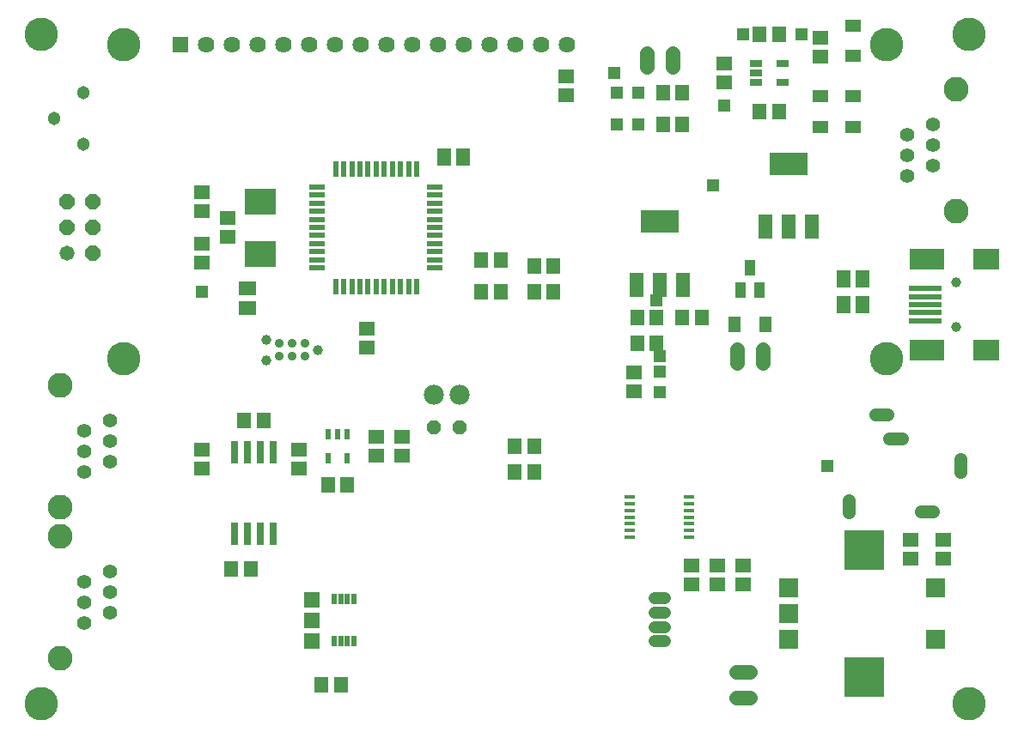
<source format=gbs>
G75*
%MOIN*%
%OFA0B0*%
%FSLAX25Y25*%
%IPPOS*%
%LPD*%
%AMOC8*
5,1,8,0,0,1.08239X$1,22.5*
%
%ADD10C,0.12998*%
%ADD11C,0.03500*%
%ADD12C,0.03900*%
%ADD13R,0.06306X0.05518*%
%ADD14R,0.10243X0.08274*%
%ADD15R,0.13392X0.08274*%
%ADD16R,0.12605X0.02369*%
%ADD17C,0.03943*%
%ADD18R,0.05518X0.06699*%
%ADD19R,0.05518X0.06306*%
%ADD20R,0.02369X0.06306*%
%ADD21R,0.06306X0.02369*%
%ADD22R,0.12211X0.10243*%
%ADD23R,0.05124X0.05124*%
%ADD24R,0.15424X0.15424*%
%ADD25R,0.07487X0.07487*%
%ADD26R,0.05124X0.02565*%
%ADD27C,0.04534*%
%ADD28R,0.06400X0.06400*%
%ADD29C,0.06400*%
%ADD30R,0.05200X0.09200*%
%ADD31R,0.14573X0.09061*%
%ADD32C,0.05518*%
%ADD33C,0.09691*%
%ADD34R,0.04337X0.05912*%
%ADD35R,0.05124X0.05912*%
%ADD36R,0.05912X0.05124*%
%ADD37C,0.07800*%
%ADD38R,0.06306X0.06306*%
%ADD39R,0.06699X0.05518*%
%ADD40OC8,0.05200*%
%ADD41C,0.05800*%
%ADD42OC8,0.05800*%
%ADD43C,0.05124*%
%ADD44C,0.05800*%
%ADD45R,0.02369X0.04337*%
%ADD46R,0.01969X0.04232*%
%ADD47C,0.05124*%
%ADD48R,0.02800X0.09100*%
%ADD49R,0.04300X0.01600*%
%ADD50R,0.04534X0.04534*%
D10*
X0017325Y0016800D03*
X0049294Y0150776D03*
X0049294Y0272824D03*
X0017325Y0276800D03*
X0345357Y0272824D03*
X0377325Y0276800D03*
X0345357Y0150776D03*
X0377325Y0016800D03*
D11*
X0119825Y0151800D03*
X0114825Y0151800D03*
X0109825Y0151800D03*
X0109825Y0156800D03*
X0114825Y0156800D03*
X0119825Y0156800D03*
D12*
X0124825Y0154300D03*
X0104825Y0150300D03*
X0104825Y0158300D03*
D13*
X0143575Y0155085D03*
X0143575Y0162565D03*
X0089825Y0198060D03*
X0079825Y0195540D03*
X0079825Y0188060D03*
X0079825Y0208060D03*
X0089825Y0205540D03*
X0079825Y0215540D03*
X0147325Y0120540D03*
X0157325Y0120540D03*
X0157325Y0113060D03*
X0147325Y0113060D03*
X0117325Y0115540D03*
X0117325Y0108060D03*
X0079825Y0108060D03*
X0079825Y0115540D03*
X0247325Y0138060D03*
X0247325Y0145540D03*
X0269825Y0070540D03*
X0279825Y0070540D03*
X0279825Y0063060D03*
X0269825Y0063060D03*
X0289825Y0063060D03*
X0289825Y0070540D03*
X0354825Y0073060D03*
X0354825Y0080540D03*
X0367325Y0080540D03*
X0367325Y0073060D03*
X0221075Y0253060D03*
X0221075Y0260540D03*
X0282325Y0258060D03*
X0282325Y0265540D03*
X0319825Y0268060D03*
X0319825Y0275540D03*
D14*
X0384136Y0189320D03*
X0384136Y0154280D03*
D15*
X0360908Y0154280D03*
X0360908Y0189320D03*
D16*
X0360514Y0178099D03*
X0360514Y0174950D03*
X0360514Y0171800D03*
X0360514Y0168650D03*
X0360514Y0165501D03*
D17*
X0372325Y0163139D03*
X0372325Y0180461D03*
D18*
X0336065Y0181800D03*
X0328585Y0181800D03*
X0328585Y0171800D03*
X0336065Y0171800D03*
X0181065Y0229300D03*
X0173585Y0229300D03*
D19*
X0188110Y0189300D03*
X0195590Y0189300D03*
X0208585Y0186800D03*
X0216065Y0186800D03*
X0216065Y0176800D03*
X0208585Y0176800D03*
X0195590Y0176800D03*
X0188110Y0176800D03*
X0248585Y0166800D03*
X0256065Y0166800D03*
X0266085Y0166800D03*
X0273565Y0166800D03*
X0256065Y0156800D03*
X0248585Y0156800D03*
X0208565Y0116800D03*
X0201085Y0116800D03*
X0201085Y0106800D03*
X0208565Y0106800D03*
X0136065Y0101800D03*
X0128585Y0101800D03*
X0103565Y0126800D03*
X0096085Y0126800D03*
X0098565Y0069300D03*
X0091085Y0069300D03*
X0126085Y0024300D03*
X0133565Y0024300D03*
X0258585Y0241800D03*
X0266065Y0241800D03*
X0266065Y0254300D03*
X0258585Y0254300D03*
X0296085Y0246800D03*
X0303565Y0246800D03*
X0303565Y0276800D03*
X0296085Y0276800D03*
D20*
X0163073Y0224635D03*
X0159924Y0224635D03*
X0156774Y0224635D03*
X0153624Y0224635D03*
X0150475Y0224635D03*
X0147325Y0224635D03*
X0144176Y0224635D03*
X0141026Y0224635D03*
X0137876Y0224635D03*
X0134727Y0224635D03*
X0131577Y0224635D03*
X0131577Y0178965D03*
X0134727Y0178965D03*
X0137876Y0178965D03*
X0141026Y0178965D03*
X0144176Y0178965D03*
X0147325Y0178965D03*
X0150475Y0178965D03*
X0153624Y0178965D03*
X0156774Y0178965D03*
X0159924Y0178965D03*
X0163073Y0178965D03*
D21*
X0170160Y0186052D03*
X0170160Y0189202D03*
X0170160Y0192351D03*
X0170160Y0195501D03*
X0170160Y0198650D03*
X0170160Y0201800D03*
X0170160Y0204950D03*
X0170160Y0208099D03*
X0170160Y0211249D03*
X0170160Y0214398D03*
X0170160Y0217548D03*
X0124491Y0217548D03*
X0124491Y0214398D03*
X0124491Y0211249D03*
X0124491Y0208099D03*
X0124491Y0204950D03*
X0124491Y0201800D03*
X0124491Y0198650D03*
X0124491Y0195501D03*
X0124491Y0192351D03*
X0124491Y0189202D03*
X0124491Y0186052D03*
D22*
X0102325Y0191308D03*
X0102325Y0211898D03*
D23*
X0240691Y0241800D03*
X0248959Y0241800D03*
X0248959Y0254300D03*
X0240691Y0254300D03*
X0257325Y0145934D03*
X0257325Y0137666D03*
D24*
X0336853Y0076406D03*
X0336853Y0027194D03*
D25*
X0364412Y0041957D03*
X0364412Y0061643D03*
X0307325Y0061643D03*
X0307325Y0051800D03*
X0307325Y0041957D03*
D26*
X0304944Y0258060D03*
X0294707Y0258060D03*
X0294707Y0261800D03*
X0294707Y0265540D03*
X0304944Y0265540D03*
D27*
X0259392Y0057861D02*
X0255258Y0057861D01*
X0255258Y0052237D02*
X0259392Y0052237D01*
X0259392Y0046613D02*
X0255258Y0046613D01*
X0255258Y0040989D02*
X0259392Y0040989D01*
D28*
X0071341Y0272824D03*
D29*
X0081341Y0272824D03*
X0091341Y0272824D03*
X0101341Y0272824D03*
X0111341Y0272824D03*
X0121341Y0272824D03*
X0131341Y0272824D03*
X0141341Y0272824D03*
X0151341Y0272824D03*
X0161341Y0272824D03*
X0171341Y0272824D03*
X0181341Y0272824D03*
X0191341Y0272824D03*
X0201341Y0272824D03*
X0211341Y0272824D03*
X0221341Y0272824D03*
D30*
X0298225Y0202100D03*
X0307325Y0202100D03*
X0316425Y0202100D03*
X0266425Y0179600D03*
X0257325Y0179600D03*
X0248225Y0179600D03*
D31*
X0257325Y0204001D03*
X0307325Y0226501D03*
D32*
X0353270Y0229831D03*
X0363270Y0233769D03*
X0353270Y0237863D03*
X0363270Y0241800D03*
X0363270Y0225737D03*
X0353270Y0221800D03*
X0043880Y0126800D03*
X0033880Y0122863D03*
X0033880Y0114831D03*
X0043880Y0118769D03*
X0043880Y0110737D03*
X0033880Y0106800D03*
X0043880Y0068050D03*
X0033880Y0064113D03*
X0033880Y0056081D03*
X0043880Y0060019D03*
X0043880Y0051987D03*
X0033880Y0048050D03*
D33*
X0024825Y0034428D03*
X0024825Y0081672D03*
X0024825Y0093178D03*
X0024825Y0140422D03*
X0372325Y0208178D03*
X0372325Y0255422D03*
D34*
X0292325Y0186131D03*
X0288585Y0177469D03*
X0296065Y0177469D03*
D35*
X0298231Y0164300D03*
X0286420Y0164300D03*
D36*
X0319825Y0240894D03*
X0332325Y0240894D03*
X0332325Y0252706D03*
X0319825Y0252706D03*
X0332325Y0268394D03*
X0332325Y0280206D03*
D37*
X0179825Y0136800D03*
X0169825Y0136800D03*
D38*
X0122325Y0057300D03*
X0122325Y0049300D03*
X0122325Y0041300D03*
D39*
X0097325Y0170560D03*
X0097325Y0178040D03*
D40*
X0169825Y0124300D03*
X0179825Y0124300D03*
D41*
X0027325Y0191800D03*
D42*
X0037325Y0191800D03*
X0037325Y0201800D03*
X0027325Y0201800D03*
X0027325Y0211800D03*
X0037325Y0211800D03*
D43*
X0033546Y0234300D03*
X0022325Y0244300D03*
X0033546Y0254300D03*
D44*
X0252325Y0264100D02*
X0252325Y0269500D01*
X0262325Y0269500D02*
X0262325Y0264100D01*
X0287325Y0154500D02*
X0287325Y0149100D01*
X0297325Y0149100D02*
X0297325Y0154500D01*
X0292525Y0029300D02*
X0287125Y0029300D01*
X0287125Y0019300D02*
X0292525Y0019300D01*
D45*
X0136065Y0112076D03*
X0128585Y0112076D03*
X0128585Y0121524D03*
X0132325Y0121524D03*
X0136065Y0121524D03*
D46*
X0136105Y0057420D03*
X0138664Y0057420D03*
X0133546Y0057420D03*
X0130987Y0057420D03*
X0130987Y0041180D03*
X0133546Y0041180D03*
X0136105Y0041180D03*
X0138664Y0041180D03*
D47*
X0330750Y0091190D02*
X0330750Y0095914D01*
X0358703Y0091387D02*
X0363428Y0091387D01*
X0374057Y0106938D02*
X0374057Y0111662D01*
X0351223Y0119733D02*
X0346498Y0119733D01*
X0345711Y0129182D02*
X0340987Y0129182D01*
D48*
X0107325Y0114600D03*
X0102325Y0114600D03*
X0097325Y0114600D03*
X0092325Y0114600D03*
X0092325Y0082750D03*
X0097325Y0082750D03*
X0102325Y0082750D03*
X0107325Y0082750D03*
D49*
X0245838Y0081623D03*
X0245838Y0084182D03*
X0245838Y0086741D03*
X0245838Y0089300D03*
X0245838Y0091859D03*
X0245838Y0094418D03*
X0245838Y0096977D03*
X0268813Y0096977D03*
X0268813Y0094418D03*
X0268813Y0091859D03*
X0268813Y0089300D03*
X0268813Y0086741D03*
X0268813Y0084182D03*
X0268813Y0081623D03*
D50*
X0322325Y0109300D03*
X0257325Y0151800D03*
X0256065Y0173517D03*
X0277950Y0218050D03*
X0282325Y0249300D03*
X0289825Y0276800D03*
X0312325Y0276800D03*
X0239825Y0261800D03*
X0079825Y0176800D03*
M02*

</source>
